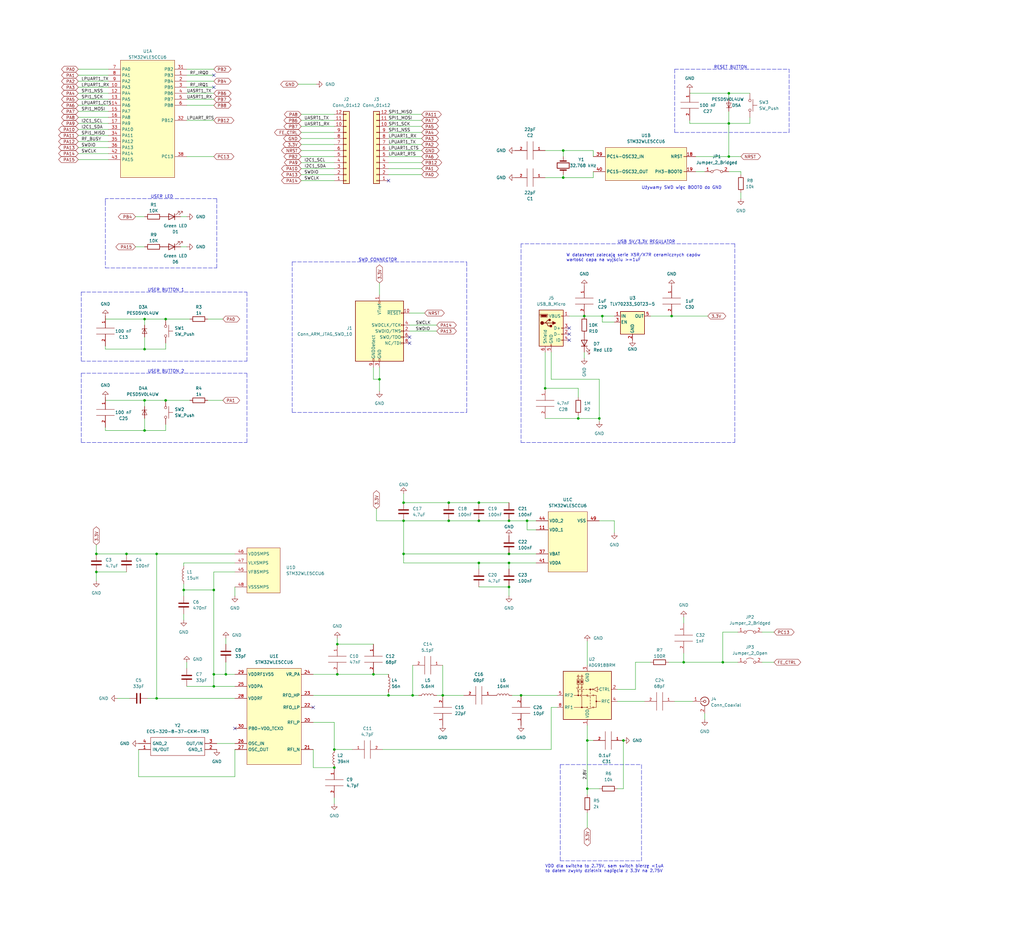
<source format=kicad_sch>
(kicad_sch (version 20211123) (generator eeschema)
  (paper "User" 431.8 400.406)
  (junction (at 173.99 293.37))
  (junction (at 219.71 293.37))
  (junction (at 90.17 248.92))
  (junction (at 160.02 160.02))
  (junction (at 214.63 237.49))
  (junction (at 66.04 294.64))
  (junction (at 237.49 63.5))
  (junction (at 60.96 181.61))
  (junction (at 307.34 39.37))
  (junction (at 60.96 168.91))
  (junction (at 142.24 284.48))
  (junction (at 214.63 233.68))
  (junction (at 214.63 219.71))
  (junction (at 307.34 52.07))
  (junction (at 90.17 284.48))
  (junction (at 69.85 134.62))
  (junction (at 252.73 176.53))
  (junction (at 140.97 316.23))
  (junction (at 189.23 212.09))
  (junction (at 186.69 293.37))
  (junction (at 262.89 312.42))
  (junction (at 304.8 279.4))
  (junction (at 254 133.35))
  (junction (at 40.64 241.3))
  (junction (at 163.83 293.37))
  (junction (at 69.85 168.91))
  (junction (at 142.24 271.78))
  (junction (at 66.04 233.68))
  (junction (at 288.29 279.4))
  (junction (at 77.47 248.92))
  (junction (at 283.21 133.35))
  (junction (at 189.23 219.71))
  (junction (at 229.87 163.83))
  (junction (at 140.97 323.85))
  (junction (at 53.34 233.68))
  (junction (at 157.48 284.48))
  (junction (at 170.18 212.09))
  (junction (at 214.63 247.65))
  (junction (at 90.17 289.56))
  (junction (at 95.25 284.48))
  (junction (at 60.96 147.32))
  (junction (at 170.18 233.68))
  (junction (at 222.25 219.71))
  (junction (at 201.93 212.09))
  (junction (at 246.38 133.35))
  (junction (at 40.64 233.68))
  (junction (at 247.65 312.42))
  (junction (at 307.34 66.04))
  (junction (at 201.93 219.71))
  (junction (at 170.18 219.71))
  (junction (at 237.49 74.93))
  (junction (at 60.96 134.62))
  (junction (at 247.65 332.74))
  (junction (at 243.84 176.53))
  (junction (at 201.93 237.49))
  (no_connect (at 163.83 76.2))
  (no_connect (at 132.08 298.45))
  (no_connect (at 172.72 144.78))
  (no_connect (at 172.72 142.24))
  (no_connect (at 99.06 307.34))
  (no_connect (at 240.03 143.51))
  (no_connect (at 240.03 138.43))
  (no_connect (at 240.03 140.97))
  (no_connect (at 90.17 31.75))
  (no_connect (at 90.17 36.83))
  (wire (pts (xy 170.18 219.71) (xy 189.23 219.71)))
  (wire (pts (xy 260.35 295.91) (xy 271.78 295.91)))
  (wire (pts (xy 232.41 298.45) (xy 232.41 316.23)))
  (wire (pts (xy 247.65 270.51) (xy 247.65 280.67)))
  (wire (pts (xy 127 55.88) (xy 140.97 55.88)))
  (wire (pts (xy 290.83 39.37) (xy 307.34 39.37)))
  (wire (pts (xy 307.34 46.99) (xy 307.34 52.07)))
  (wire (pts (xy 87.63 168.91) (xy 93.98 168.91)))
  (wire (pts (xy 160.02 119.38) (xy 160.02 124.46)))
  (wire (pts (xy 226.06 223.52) (xy 222.25 223.52)))
  (polyline (pts (xy 123.19 110.49) (xy 196.85 110.49)))
  (wire (pts (xy 158.75 219.71) (xy 170.18 219.71)))
  (wire (pts (xy 254 133.35) (xy 254 135.89)))
  (wire (pts (xy 189.23 219.71) (xy 201.93 219.71)))
  (wire (pts (xy 163.83 58.42) (xy 177.8 58.42)))
  (wire (pts (xy 40.64 233.68) (xy 53.34 233.68)))
  (wire (pts (xy 90.17 29.21) (xy 78.74 29.21)))
  (wire (pts (xy 40.64 229.87) (xy 40.64 233.68)))
  (polyline (pts (xy 236.22 322.58) (xy 270.51 322.58)))
  (wire (pts (xy 307.34 39.37) (xy 307.34 41.91)))
  (wire (pts (xy 127 68.58) (xy 140.97 68.58)))
  (polyline (pts (xy 34.29 186.69) (xy 104.14 186.69)))
  (wire (pts (xy 247.65 332.74) (xy 247.65 335.28)))
  (polyline (pts (xy 91.44 113.03) (xy 91.44 83.82)))
  (polyline (pts (xy 270.51 363.22) (xy 270.51 322.58)))
  (wire (pts (xy 132.08 323.85) (xy 140.97 323.85)))
  (wire (pts (xy 172.72 139.7) (xy 184.15 139.7)))
  (polyline (pts (xy 104.14 152.4) (xy 104.14 123.19)))
  (wire (pts (xy 33.02 57.15) (xy 45.72 57.15)))
  (wire (pts (xy 127 50.8) (xy 140.97 50.8)))
  (wire (pts (xy 78.74 289.56) (xy 90.17 289.56)))
  (wire (pts (xy 33.02 39.37) (xy 45.72 39.37)))
  (wire (pts (xy 69.85 147.32) (xy 60.96 147.32)))
  (wire (pts (xy 33.02 49.53) (xy 45.72 49.53)))
  (wire (pts (xy 312.42 72.39) (xy 312.42 73.66)))
  (wire (pts (xy 60.96 176.53) (xy 60.96 181.61)))
  (wire (pts (xy 99.06 316.23) (xy 99.06 327.66)))
  (wire (pts (xy 229.87 163.83) (xy 243.84 163.83)))
  (wire (pts (xy 78.74 279.4) (xy 78.74 281.94)))
  (wire (pts (xy 307.34 39.37) (xy 316.23 39.37)))
  (polyline (pts (xy 44.45 83.82) (xy 44.45 85.09)))
  (polyline (pts (xy 34.29 152.4) (xy 104.14 152.4)))
  (wire (pts (xy 95.25 284.48) (xy 90.17 284.48)))
  (wire (pts (xy 66.04 294.64) (xy 66.04 233.68)))
  (wire (pts (xy 170.18 233.68) (xy 170.18 219.71)))
  (wire (pts (xy 60.96 147.32) (xy 44.45 147.32)))
  (wire (pts (xy 170.18 212.09) (xy 189.23 212.09)))
  (wire (pts (xy 163.83 66.04) (xy 177.8 66.04)))
  (polyline (pts (xy 123.19 173.99) (xy 196.85 173.99)))
  (wire (pts (xy 157.48 160.02) (xy 160.02 160.02)))
  (wire (pts (xy 243.84 176.53) (xy 252.73 176.53)))
  (wire (pts (xy 60.96 181.61) (xy 44.45 181.61)))
  (wire (pts (xy 288.29 279.4) (xy 304.8 279.4)))
  (wire (pts (xy 33.02 31.75) (xy 45.72 31.75)))
  (wire (pts (xy 173.99 280.67) (xy 173.99 293.37)))
  (wire (pts (xy 293.37 66.04) (xy 307.34 66.04)))
  (wire (pts (xy 260.35 332.74) (xy 262.89 332.74)))
  (wire (pts (xy 90.17 241.3) (xy 90.17 248.92)))
  (wire (pts (xy 250.19 72.39) (xy 250.19 74.93)))
  (wire (pts (xy 237.49 74.93) (xy 229.87 74.93)))
  (wire (pts (xy 95.25 269.24) (xy 95.25 271.78)))
  (wire (pts (xy 252.73 332.74) (xy 247.65 332.74)))
  (wire (pts (xy 307.34 52.07) (xy 307.34 66.04)))
  (wire (pts (xy 90.17 50.8) (xy 78.74 50.8)))
  (wire (pts (xy 125.73 35.56) (xy 133.35 35.56)))
  (polyline (pts (xy 34.29 157.48) (xy 34.29 186.69)))
  (wire (pts (xy 127 71.12) (xy 140.97 71.12)))
  (wire (pts (xy 78.74 44.45) (xy 90.17 44.45)))
  (wire (pts (xy 66.04 233.68) (xy 99.06 233.68)))
  (wire (pts (xy 161.29 316.23) (xy 232.41 316.23)))
  (wire (pts (xy 288.29 260.35) (xy 288.29 262.89)))
  (polyline (pts (xy 284.48 55.88) (xy 332.74 55.88)))
  (wire (pts (xy 232.41 160.02) (xy 252.73 160.02)))
  (wire (pts (xy 140.97 316.23) (xy 140.97 304.8)))
  (wire (pts (xy 247.65 312.42) (xy 247.65 332.74)))
  (wire (pts (xy 57.15 104.14) (xy 60.96 104.14)))
  (wire (pts (xy 44.45 181.61) (xy 44.45 180.34)))
  (wire (pts (xy 127 66.04) (xy 140.97 66.04)))
  (wire (pts (xy 90.17 39.37) (xy 78.74 39.37)))
  (wire (pts (xy 53.34 241.3) (xy 40.64 241.3)))
  (wire (pts (xy 163.83 50.8) (xy 177.8 50.8)))
  (wire (pts (xy 172.72 137.16) (xy 184.15 137.16)))
  (wire (pts (xy 99.06 241.3) (xy 90.17 241.3)))
  (wire (pts (xy 170.18 208.28) (xy 170.18 212.09)))
  (wire (pts (xy 240.03 133.35) (xy 246.38 133.35)))
  (polyline (pts (xy 219.71 102.87) (xy 219.71 107.95)))
  (wire (pts (xy 95.25 279.4) (xy 95.25 284.48)))
  (wire (pts (xy 163.83 63.5) (xy 177.8 63.5)))
  (wire (pts (xy 247.65 342.9) (xy 247.65 349.25)))
  (wire (pts (xy 170.18 237.49) (xy 170.18 233.68)))
  (wire (pts (xy 90.17 36.83) (xy 78.74 36.83)))
  (wire (pts (xy 90.17 34.29) (xy 78.74 34.29)))
  (wire (pts (xy 163.83 53.34) (xy 177.8 53.34)))
  (wire (pts (xy 78.74 91.44) (xy 76.2 91.44)))
  (wire (pts (xy 40.64 241.3) (xy 40.64 245.11)))
  (polyline (pts (xy 219.71 107.95) (xy 219.71 186.69)))
  (wire (pts (xy 201.93 219.71) (xy 214.63 219.71)))
  (polyline (pts (xy 44.45 85.09) (xy 44.45 113.03)))
  (wire (pts (xy 44.45 134.62) (xy 60.96 134.62)))
  (wire (pts (xy 33.02 67.31) (xy 45.72 67.31)))
  (wire (pts (xy 237.49 66.04) (xy 237.49 63.5)))
  (wire (pts (xy 90.17 284.48) (xy 90.17 248.92)))
  (wire (pts (xy 259.08 219.71) (xy 259.08 224.79)))
  (wire (pts (xy 127 73.66) (xy 140.97 73.66)))
  (wire (pts (xy 214.63 219.71) (xy 222.25 219.71)))
  (wire (pts (xy 163.83 55.88) (xy 177.8 55.88)))
  (wire (pts (xy 140.97 304.8) (xy 132.08 304.8)))
  (wire (pts (xy 33.02 29.21) (xy 45.72 29.21)))
  (wire (pts (xy 78.74 104.14) (xy 76.2 104.14)))
  (wire (pts (xy 127 76.2) (xy 140.97 76.2)))
  (wire (pts (xy 60.96 134.62) (xy 60.96 137.16)))
  (wire (pts (xy 312.42 81.28) (xy 312.42 83.82)))
  (polyline (pts (xy 284.48 29.21) (xy 332.74 29.21)))
  (wire (pts (xy 53.34 233.68) (xy 66.04 233.68)))
  (wire (pts (xy 247.65 312.42) (xy 250.19 312.42)))
  (wire (pts (xy 163.83 71.12) (xy 177.8 71.12)))
  (wire (pts (xy 127 60.96) (xy 140.97 60.96)))
  (wire (pts (xy 304.8 266.7) (xy 311.15 266.7)))
  (wire (pts (xy 321.31 266.7) (xy 326.39 266.7)))
  (wire (pts (xy 250.19 66.04) (xy 250.19 63.5)))
  (wire (pts (xy 307.34 66.04) (xy 312.42 66.04)))
  (wire (pts (xy 297.18 303.53) (xy 297.18 300.99)))
  (wire (pts (xy 288.29 279.4) (xy 288.29 275.59)))
  (wire (pts (xy 99.06 284.48) (xy 95.25 284.48)))
  (wire (pts (xy 142.24 284.48) (xy 157.48 284.48)))
  (wire (pts (xy 132.08 284.48) (xy 142.24 284.48)))
  (wire (pts (xy 274.32 133.35) (xy 283.21 133.35)))
  (wire (pts (xy 186.69 293.37) (xy 195.58 293.37)))
  (wire (pts (xy 33.02 64.77) (xy 45.72 64.77)))
  (wire (pts (xy 226.06 237.49) (xy 214.63 237.49)))
  (polyline (pts (xy 219.71 186.69) (xy 309.88 186.69)))
  (wire (pts (xy 99.06 247.65) (xy 99.06 251.46)))
  (wire (pts (xy 215.9 293.37) (xy 219.71 293.37)))
  (wire (pts (xy 77.47 246.38) (xy 77.47 248.92)))
  (wire (pts (xy 69.85 144.78) (xy 69.85 147.32)))
  (wire (pts (xy 77.47 259.08) (xy 77.47 261.62)))
  (wire (pts (xy 284.48 295.91) (xy 292.1 295.91)))
  (polyline (pts (xy 123.19 110.49) (xy 123.19 173.99)))
  (wire (pts (xy 237.49 63.5) (xy 250.19 63.5)))
  (wire (pts (xy 307.34 52.07) (xy 290.83 52.07)))
  (wire (pts (xy 78.74 66.04) (xy 90.17 66.04)))
  (wire (pts (xy 243.84 176.53) (xy 243.84 175.26)))
  (wire (pts (xy 281.94 279.4) (xy 288.29 279.4)))
  (wire (pts (xy 33.02 62.23) (xy 45.72 62.23)))
  (wire (pts (xy 163.83 73.66) (xy 177.8 73.66)))
  (wire (pts (xy 189.23 212.09) (xy 201.93 212.09)))
  (wire (pts (xy 49.53 294.64) (xy 54.61 294.64)))
  (wire (pts (xy 91.44 313.69) (xy 99.06 313.69)))
  (wire (pts (xy 214.63 233.68) (xy 170.18 233.68)))
  (wire (pts (xy 246.38 133.35) (xy 254 133.35)))
  (polyline (pts (xy 236.22 363.22) (xy 270.51 363.22)))
  (wire (pts (xy 321.31 279.4) (xy 326.39 279.4)))
  (wire (pts (xy 33.02 34.29) (xy 45.72 34.29)))
  (wire (pts (xy 132.08 316.23) (xy 132.08 323.85)))
  (wire (pts (xy 157.48 284.48) (xy 163.83 284.48)))
  (wire (pts (xy 44.45 168.91) (xy 60.96 168.91)))
  (wire (pts (xy 252.73 160.02) (xy 252.73 176.53)))
  (wire (pts (xy 99.06 294.64) (xy 66.04 294.64)))
  (wire (pts (xy 304.8 279.4) (xy 304.8 266.7)))
  (wire (pts (xy 60.96 142.24) (xy 60.96 147.32)))
  (polyline (pts (xy 332.74 55.88) (xy 332.74 29.21)))
  (wire (pts (xy 252.73 176.53) (xy 252.73 177.8)))
  (polyline (pts (xy 284.48 29.21) (xy 284.48 55.88)))
  (wire (pts (xy 157.48 154.94) (xy 157.48 160.02)))
  (wire (pts (xy 160.02 154.94) (xy 160.02 160.02)))
  (wire (pts (xy 201.93 237.49) (xy 201.93 240.03)))
  (wire (pts (xy 142.24 271.78) (xy 157.48 271.78)))
  (wire (pts (xy 260.35 290.83) (xy 267.97 290.83)))
  (wire (pts (xy 214.63 237.49) (xy 201.93 237.49)))
  (wire (pts (xy 58.42 327.66) (xy 58.42 316.23)))
  (wire (pts (xy 140.97 316.23) (xy 148.59 316.23)))
  (wire (pts (xy 201.93 237.49) (xy 170.18 237.49)))
  (wire (pts (xy 33.02 36.83) (xy 45.72 36.83)))
  (wire (pts (xy 290.83 52.07) (xy 290.83 50.8)))
  (wire (pts (xy 232.41 160.02) (xy 232.41 148.59)))
  (wire (pts (xy 237.49 74.93) (xy 237.49 73.66)))
  (wire (pts (xy 99.06 289.56) (xy 90.17 289.56)))
  (wire (pts (xy 77.47 237.49) (xy 99.06 237.49)))
  (wire (pts (xy 69.85 181.61) (xy 60.96 181.61)))
  (wire (pts (xy 90.17 289.56) (xy 90.17 284.48)))
  (wire (pts (xy 229.87 148.59) (xy 229.87 163.83)))
  (wire (pts (xy 186.69 280.67) (xy 186.69 293.37)))
  (wire (pts (xy 214.63 237.49) (xy 214.63 240.03)))
  (wire (pts (xy 90.17 41.91) (xy 78.74 41.91)))
  (wire (pts (xy 214.63 247.65) (xy 214.63 251.46)))
  (wire (pts (xy 33.02 54.61) (xy 45.72 54.61)))
  (wire (pts (xy 237.49 63.5) (xy 229.87 63.5)))
  (wire (pts (xy 77.47 237.49) (xy 77.47 238.76)))
  (wire (pts (xy 229.87 176.53) (xy 243.84 176.53)))
  (wire (pts (xy 172.72 132.08) (xy 179.07 132.08)))
  (wire (pts (xy 173.99 293.37) (xy 176.53 293.37)))
  (wire (pts (xy 201.93 247.65) (xy 214.63 247.65)))
  (polyline (pts (xy 34.29 157.48) (xy 104.14 157.48)))
  (wire (pts (xy 158.75 214.63) (xy 158.75 219.71)))
  (wire (pts (xy 62.23 294.64) (xy 66.04 294.64)))
  (wire (pts (xy 163.83 293.37) (xy 173.99 293.37)))
  (polyline (pts (xy 196.85 173.99) (xy 196.85 110.49)))
  (wire (pts (xy 163.83 48.26) (xy 177.8 48.26)))
  (wire (pts (xy 44.45 147.32) (xy 44.45 146.05)))
  (wire (pts (xy 201.93 212.09) (xy 214.63 212.09)))
  (wire (pts (xy 87.63 134.62) (xy 93.98 134.62)))
  (wire (pts (xy 254 133.35) (xy 259.08 133.35)))
  (wire (pts (xy 222.25 219.71) (xy 226.06 219.71)))
  (wire (pts (xy 252.73 219.71) (xy 259.08 219.71)))
  (wire (pts (xy 33.02 59.69) (xy 45.72 59.69)))
  (wire (pts (xy 237.49 74.93) (xy 250.19 74.93)))
  (wire (pts (xy 160.02 160.02) (xy 160.02 165.1)))
  (wire (pts (xy 163.83 292.1) (xy 163.83 293.37)))
  (wire (pts (xy 259.08 135.89) (xy 254 135.89)))
  (wire (pts (xy 262.89 332.74) (xy 262.89 312.42)))
  (wire (pts (xy 33.02 46.99) (xy 45.72 46.99)))
  (wire (pts (xy 60.96 134.62) (xy 69.85 134.62)))
  (wire (pts (xy 246.38 151.13) (xy 246.38 148.59)))
  (wire (pts (xy 243.84 163.83) (xy 243.84 167.64)))
  (wire (pts (xy 69.85 179.07) (xy 69.85 181.61)))
  (polyline (pts (xy 104.14 186.69) (xy 104.14 157.48)))
  (wire (pts (xy 142.24 269.24) (xy 142.24 271.78)))
  (wire (pts (xy 316.23 49.53) (xy 316.23 52.07)))
  (polyline (pts (xy 34.29 123.19) (xy 104.14 123.19)))
  (wire (pts (xy 267.97 290.83) (xy 267.97 279.4)))
  (wire (pts (xy 222.25 223.52) (xy 222.25 219.71)))
  (wire (pts (xy 127 58.42) (xy 140.97 58.42)))
  (wire (pts (xy 69.85 168.91) (xy 80.01 168.91)))
  (wire (pts (xy 140.97 336.55) (xy 140.97 339.09)))
  (wire (pts (xy 33.02 44.45) (xy 45.72 44.45)))
  (wire (pts (xy 99.06 327.66) (xy 58.42 327.66)))
  (wire (pts (xy 214.63 233.68) (xy 226.06 233.68)))
  (wire (pts (xy 90.17 248.92) (xy 77.47 248.92)))
  (wire (pts (xy 69.85 134.62) (xy 80.01 134.62)))
  (wire (pts (xy 33.02 41.91) (xy 45.72 41.91)))
  (wire (pts (xy 132.08 293.37) (xy 163.83 293.37)))
  (polyline (pts (xy 309.88 102.87) (xy 219.71 102.87)))
  (wire (pts (xy 127 53.34) (xy 140.97 53.34)))
  (wire (pts (xy 57.15 91.44) (xy 60.96 91.44)))
  (polyline (pts (xy 44.45 113.03) (xy 91.44 113.03)))
  (wire (pts (xy 163.83 60.96) (xy 177.8 60.96)))
  (wire (pts (xy 307.34 72.39) (xy 312.42 72.39)))
  (polyline (pts (xy 91.44 83.82) (xy 44.45 83.82)))
  (polyline (pts (xy 309.88 186.69) (xy 309.88 102.87)))
  (wire (pts (xy 316.23 52.07) (xy 307.34 52.07)))
  (wire (pts (xy 90.17 31.75) (xy 78.74 31.75)))
  (wire (pts (xy 267.97 279.4) (xy 274.32 279.4)))
  (wire (pts (xy 247.65 306.07) (xy 247.65 312.42)))
  (wire (pts (xy 127 63.5) (xy 140.97 63.5)))
  (wire (pts (xy 77.47 248.92) (xy 77.47 251.46)))
  (wire (pts (xy 184.15 293.37) (xy 186.69 293.37)))
  (wire (pts (xy 234.95 298.45) (xy 232.41 298.45)))
  (wire (pts (xy 283.21 133.35) (xy 298.45 133.35)))
  (wire (pts (xy 127 48.26) (xy 140.97 48.26)))
  (wire (pts (xy 304.8 279.4) (xy 311.15 279.4)))
  (wire (pts (xy 163.83 68.58) (xy 177.8 68.58)))
  (wire (pts (xy 293.37 72.39) (xy 297.18 72.39)))
  (wire (pts (xy 33.02 52.07) (xy 45.72 52.07)))
  (polyline (pts (xy 34.29 123.19) (xy 34.29 152.4)))
  (wire (pts (xy 219.71 293.37) (xy 234.95 293.37)))
  (polyline (pts (xy 236.22 322.58) (xy 236.22 363.22)))
  (wire (pts (xy 60.96 168.91) (xy 60.96 171.45)))
  (wire (pts (xy 60.96 168.91) (xy 69.85 168.91)))
  (text "W datasheet zalecają serie X5R/X7R ceramicznych capów\nwartość capa na wyjściu >=1uF" (at 238.76 110.49 0) (effects (font (size 1.27 1.27)) (justify left bottom)))
  (text "SWD CONNECTOR" (at 151.13 110.49 0) (effects (font (size 1.27 1.27)) (justify left bottom)))
  (text "Używamy SWD więc BOOT0 do GND" (at 270.51 80.01 0) (effects (font (size 1.27 1.27)) (justify left bottom)))
  (text "USER BUTTON 2\n" (at 62.23 157.48 0) (effects (font (size 1.27 1.27)) (justify left bottom)))
  (text "RESET BUTTON" (at 300.99 29.21 0) (effects (font (size 1.27 1.27)) (justify left bottom)))
  (text "USER LED" (at 63.5 83.82 0) (effects (font (size 1.27 1.27)) (justify left bottom)))
  (text "USB 5V/3.3V REGULATOR" (at 260.35 102.87 0) (effects (font (size 1.27 1.27)) (justify left bottom)))
  (text "VDD dla switcha to 2.75V, sam switch bierzę <1uA\nto dałem zwykły dzielnik napięcia z 3.3V na 2.75V" (at 229.87 368.3 0) (effects (font (size 1.27 1.27)) (justify left bottom)))
  (text "USER BUTTON 1" (at 62.23 123.19 0) (effects (font (size 1.27 1.27)) (justify left bottom)))
  (label "I2C1_SDA" (at 34.29 54.61 0))
  (label "LPUART1_CTS" (at 34.29 44.45 0))
  (label "SWDIO" (at 175.26 139.7 0))
  (label "LPUART1_TX" (at 163.83 60.96 0))
  (label "LPUART1_CTS" (at 163.83 63.5 0))
  (label "SWCLK" (at 34.29 64.77 0))
  (label "LPUART_RTS" (at 163.83 66.04 0))
  (label "SPI1_MOSI" (at 163.83 50.8 0))
  (label "RF_IRQ0" (at 80.01 31.75 0))
  (label "LPUART1_RX" (at 34.29 36.83 0))
  (label "SWCLK" (at 175.26 137.16 0))
  (label "SPI1_SCK" (at 163.83 53.34 0))
  (label "UASRT1_RX" (at 78.74 41.91 0))
  (label "SPI1_MISO" (at 163.83 48.26 0))
  (label "SPI1_NSS" (at 163.83 55.88 0))
  (label "SWDIO" (at 128.27 73.66 0))
  (label "SWCLK" (at 128.27 76.2 0))
  (label "I2C1_SCL" (at 128.27 68.58 0))
  (label "LPUART_RTS" (at 78.74 50.8 0))
  (label "SPI1_MISO" (at 34.29 57.15 0))
  (label "LPUART1_TX" (at 34.29 34.29 0))
  (label "SPI1_MOSI" (at 34.29 46.99 0))
  (label "LPUART1_RX" (at 163.83 58.42 0))
  (label "2.8V" (at 247.65 328.93 90))
  (label "I2C1_SDA" (at 128.377 71.12 0))
  (label "I2C1_SCL" (at 34.29 52.07 0))
  (label "RF_BUSY" (at 34.29 59.69 0))
  (label "SPI1_SCK" (at 34.29 41.91 0))
  (label "UASRT1_TX" (at 78.74 39.37 0))
  (label "UASRT1_TX" (at 128.27 50.8 0))
  (label "SWDIO" (at 34.29 62.23 0))
  (label "SPI1_NSS" (at 34.29 39.37 0))
  (label "RF_IRQ1" (at 80.01 36.83 0))
  (label "UASRT1_RX" (at 128.27 53.34 0))
  (global_label "PA0" (shape bidirectional) (at 33.02 29.21 180) (property "Intersheet References" "${INTERSHEET_REFS}" (effects hide)))
  (global_label "PA5" (shape bidirectional) (at 177.8 53.34 0) (property "Intersheet References" "${INTERSHEET_REFS}" (effects hide)))
  (global_label "PB4" (shape bidirectional) (at 90.17 34.29 0) (property "Intersheet References" "${INTERSHEET_REFS}" (effects hide)))
  (global_label "NRST" (shape bidirectional) (at 179.07 132.08 0) (property "Intersheet References" "${INTERSHEET_REFS}" (effects hide)))
  (global_label "PB8" (shape bidirectional) (at 90.17 44.45 0) (property "Intersheet References" "${INTERSHEET_REFS}" (effects hide)))
  (global_label "PA4" (shape bidirectional) (at 177.8 55.88 0) (property "Intersheet References" "${INTERSHEET_REFS}" (effects hide)))
  (global_label "PA9" (shape bidirectional) (at 127 68.58 180) (property "Intersheet References" "${INTERSHEET_REFS}" (effects hide)))
  (global_label "NRST" (shape bidirectional) (at 312.42 66.04 0) (property "Intersheet References" "${INTERSHEET_REFS}" (effects hide)))
  (global_label "PA12" (shape bidirectional) (at 33.02 59.69 180) (property "Intersheet References" "${INTERSHEET_REFS}" (effects hide)))
  (global_label "PB7" (shape bidirectional) (at 127 53.34 180) (property "Intersheet References" "${INTERSHEET_REFS}" (effects hide)))
  (global_label "PA10" (shape bidirectional) (at 127 71.12 180) (property "Intersheet References" "${INTERSHEET_REFS}" (effects hide)))
  (global_label "PB2" (shape bidirectional) (at 127 66.04 180) (property "Intersheet References" "${INTERSHEET_REFS}" (effects hide)))
  (global_label "PB2" (shape bidirectional) (at 90.17 29.21 0) (property "Intersheet References" "${INTERSHEET_REFS}" (effects hide)))
  (global_label "PA4" (shape bidirectional) (at 33.02 39.37 180) (property "Intersheet References" "${INTERSHEET_REFS}" (effects hide)))
  (global_label "PA7" (shape bidirectional) (at 33.02 46.99 180) (property "Intersheet References" "${INTERSHEET_REFS}" (effects hide)))
  (global_label "FE_CTRL" (shape bidirectional) (at 127 55.88 180) (property "Intersheet References" "${INTERSHEET_REFS}" (effects hide)))
  (global_label "PA10" (shape bidirectional) (at 33.02 54.61 180) (property "Intersheet References" "${INTERSHEET_REFS}" (effects hide)))
  (global_label "PB6" (shape bidirectional) (at 127 50.8 180) (property "Intersheet References" "${INTERSHEET_REFS}" (effects hide)))
  (global_label "PA9" (shape bidirectional) (at 33.02 52.07 180) (property "Intersheet References" "${INTERSHEET_REFS}" (effects hide)))
  (global_label "PA6" (shape bidirectional) (at 177.8 66.04 0) (property "Intersheet References" "${INTERSHEET_REFS}" (effects hide)))
  (global_label "PA14" (shape bidirectional) (at 184.15 137.16 0) (property "Intersheet References" "${INTERSHEET_REFS}" (effects hide)))
  (global_label "PA7" (shape bidirectional) (at 177.8 50.8 0) (property "Intersheet References" "${INTERSHEET_REFS}" (effects hide)))
  (global_label "PA1" (shape bidirectional) (at 177.8 71.12 0) (property "Intersheet References" "${INTERSHEET_REFS}" (effects hide)))
  (global_label "PA3" (shape bidirectional) (at 177.8 58.42 0) (property "Intersheet References" "${INTERSHEET_REFS}" (effects hide)))
  (global_label "PC13" (shape bidirectional) (at 90.17 66.04 0) (property "Intersheet References" "${INTERSHEET_REFS}" (effects hide)))
  (global_label "PA13" (shape bidirectional) (at 127 73.66 180) (property "Intersheet References" "${INTERSHEET_REFS}" (effects hide)))
  (global_label "PA1" (shape bidirectional) (at 33.02 31.75 180) (property "Intersheet References" "${INTERSHEET_REFS}" (effects hide)))
  (global_label "PA14" (shape bidirectional) (at 33.02 64.77 180) (property "Intersheet References" "${INTERSHEET_REFS}" (effects hide)))
  (global_label "PA8" (shape bidirectional) (at 127 48.26 180) (property "Intersheet References" "${INTERSHEET_REFS}" (effects hide)))
  (global_label "PB12" (shape bidirectional) (at 90.17 50.8 0) (property "Intersheet References" "${INTERSHEET_REFS}" (effects hide)))
  (global_label "3.3V" (shape bidirectional) (at 158.75 214.63 90) (property "Intersheet References" "${INTERSHEET_REFS}" (effects hide)))
  (global_label "PA14" (shape bidirectional) (at 127 76.2 180) (property "Intersheet References" "${INTERSHEET_REFS}" (effects hide)))
  (global_label "PA3" (shape bidirectional) (at 33.02 36.83 180) (property "Intersheet References" "${INTERSHEET_REFS}" (effects hide)))
  (global_label "3.3V" (shape bidirectional) (at 127 60.96 180) (property "Intersheet References" "${INTERSHEET_REFS}" (effects hide)))
  (global_label "PA13" (shape bidirectional) (at 33.02 62.23 180) (property "Intersheet References" "${INTERSHEET_REFS}" (effects hide)))
  (global_label "PA2" (shape bidirectional) (at 177.8 60.96 0) (property "Intersheet References" "${INTERSHEET_REFS}" (effects hide)))
  (global_label "PA15" (shape bidirectional) (at 33.02 67.31 180) (property "Intersheet References" "${INTERSHEET_REFS}" (effects hide)))
  (global_label "PB4" (shape bidirectional) (at 57.15 91.44 180) (property "Intersheet References" "${INTERSHEET_REFS}" (effects hide)))
  (global_label "PA11" (shape bidirectional) (at 33.02 57.15 180) (property "Intersheet References" "${INTERSHEET_REFS}" (effects hide)))
  (global_label "PA13" (shape bidirectional) (at 184.15 139.7 0) (property "Intersheet References" "${INTERSHEET_REFS}" (effects hide)))
  (global_label "PB6" (shape bidirectional) (at 90.17 39.37 0) (property "Intersheet References" "${INTERSHEET_REFS}" (effects hide)))
  (global_label "PB12" (shape bidirectional) (at 177.8 68.58 0) (property "Intersheet References" "${INTERSHEET_REFS}" (effects hide)))
  (global_label "GND" (shape bidirectional) (at 125.73 35.56 180) (property "Intersheet References" "${INTERSHEET_REFS}" (effects hide)))
  (global_label "NRST" (shape bidirectional) (at 127 63.5 180) (property "Intersheet References" "${INTERSHEET_REFS}" (effects hide)))
  (global_label "GND" (shape bidirectional) (at 127 58.42 180) (property "Intersheet References" "${INTERSHEET_REFS}" (effects hide)))
  (global_label "3.3V" (shape bidirectional) (at 247.65 349.25 270) (property "Intersheet References" "${INTERSHEET_REFS}" (effects hide)))
  (global_label "PA0" (shape bidirectional) (at 177.8 73.66 0) (property "Intersheet References" "${INTERSHEET_REFS}" (effects hide)))
  (global_label "PA2" (shape bidirectional) (at 33.02 34.29 180) (property "Intersheet References" "${INTERSHEET_REFS}" (effects hide)))
  (global_label "GND" (shape bidirectional) (at 177.8 63.5 0) (property "Intersheet References" "${INTERSHEET_REFS}" (effects hide)))
  (global_label "3.3V" (shape bidirectional) (at 160.02 119.38 90) (property "Intersheet References" "${INTERSHEET_REFS}" (effects hide)))
  (global_label "PA15" (shape bidirectional) (at 57.15 104.14 180) (property "Intersheet References" "${INTERSHEET_REFS}" (effects hide)))
  (global_label "PA0" (shape bidirectional) (at 93.98 134.62 0) (property "Intersheet References" "${INTERSHEET_REFS}" (effects hide)))
  (global_label "PB7" (shape bidirectional) (at 90.17 41.91 0) (property "Intersheet References" "${INTERSHEET_REFS}" (effects hide)))
  (global_label "PA6" (shape bidirectional) (at 33.02 44.45 180) (property "Intersheet References" "${INTERSHEET_REFS}" (effects hide)))
  (global_label "FE_CTRL" (shape bidirectional) (at 326.39 279.4 0) (property "Intersheet References" "${INTERSHEET_REFS}" (effects hide)))
  (global_label "PA8" (shape bidirectional) (at 33.02 49.53 180) (property "Intersheet References" "${INTERSHEET_REFS}" (effects hide)))
  (global_label "PC13" (shape bidirectional) (at 326.39 266.7 0) (property "Intersheet References" "${INTERSHEET_REFS}" (effects hide)))
  (global_label "PA11" (shape bidirectional) (at 177.8 48.26 0) (property "Intersheet References" "${INTERSHEET_REFS}" (effects hide)))
  (global_label "3.3V" (shape bidirectional) (at 40.64 229.87 90) (property "Intersheet References" "${INTERSHEET_REFS}" (effects hide)))
  (global_label "PA5" (shape bidirectional) (at 33.02 41.91 180) (property "Intersheet References" "${INTERSHEET_REFS}" (effects hide)))
  (global_label "3.3V" (shape bidirectional) (at 298.45 133.35 0) (property "Intersheet References" "${INTERSHEET_REFS}" (effects hide)))
  (global_label "PA1" (shape bidirectional) (at 93.98 168.91 0) (property "Intersheet References" "${INTERSHEET_REFS}" (effects hide)))
  (symbol (lib_id "pspice:CAP") (at 278.13 295.91 270) (unit 1)
    (property "Reference" "C24" (at 278.13 287.02 90))
    (property "Value" "68pF" (at 278.13 289.56 90))
    (property "Footprint" "Capacitor_SMD:C_0603_1608Metric_Pad1.08x0.95mm_HandSolder" (effects hide))
  )
  (symbol (lib_id "Connector:Conn_ARM_JTAG_SWD_10") (at 160.02 139.7 0) (unit 1)
    (property "Reference" "J1" (at 148.59 138.4299 0) (effects (justify right)))
    (property "Value" "Conn_ARM_JTAG_SWD_10" (at 148.59 140.9699 0) (effects (justify right)))
    (property "Footprint" "Connector_PinSocket_2.54mm:PinSocket_2x05_P2.54mm_Vertical" (effects hide))
    (property "Datasheet" "http://infocenter.arm.com/help/topic/com.arm.doc.ddi0314h/DDI0314H_coresight_components_trm.pdf" (effects hide))
  )
  (symbol (lib_id "Device:LED") (at 246.38 144.78 90) (unit 1)
    (property "Reference" "D7" (at 250.19 145.0974 90) (effects (justify right)))
    (property "Value" "Red LED" (at 250.19 147.6374 90) (effects (justify right)))
    (property "Footprint" "LED_SMD:LED_0603_1608Metric_Pad1.05x0.95mm_HandSolder" (effects hide))
  )
  (symbol (lib_id "Device:R") (at 247.65 339.09 0) (unit 1)
    (property "Reference" "R5" (at 250.19 337.8199 0) (effects (justify left)))
    (property "Value" "2k" (at 250.19 340.3599 0) (effects (justify left)))
    (property "Footprint" "Resistor_SMD:R_0603_1608Metric_Pad0.98x0.95mm_HandSolder" (effects hide))
  )
  (symbol (lib_id "power:GND") (at 142.24 269.24 180) (unit 1)
    (property "Reference" "#PWR0133" (effects hide))
    (property "Value" "GND" (at 142.24 264.16 0))
  )
  (symbol (lib_id "pspice:CAP") (at 186.69 299.72 180) (unit 1)
    (property "Reference" "C15" (at 191.77 298.45 0) (effects (justify right)))
    (property "Value" "22pF" (at 191.77 300.9899 0) (effects (justify right)))
    (property "Footprint" "Capacitor_SMD:C_0603_1608Metric_Pad1.08x0.95mm_HandSolder" (effects hide))
  )
  (symbol (lib_id "power:GND") (at 133.35 35.56 90) (unit 1)
    (property "Reference" "#PWR0120" (effects hide))
    (property "Value" "GND" (at 137.16 35.5599 90) (effects (justify right)))
  )
  (symbol (lib_id "power:GND") (at 49.53 294.64 270) (unit 1)
    (property "Reference" "#PWR0107" (effects hide))
    (property "Value" "GND" (at 45.72 294.6399 90) (effects (justify right)))
  )
  (symbol (lib_id "Jumper:Jumper_2_Open") (at 316.23 279.4 0) (unit 1)
    (property "Reference" "JP3" (at 316.23 273.05 0))
    (property "Value" "Jumper_2_Open" (at 316.23 275.59 0))
    (property "Footprint" "Connector_PinHeader_2.54mm:PinHeader_1x02_P2.54mm_Vertical" (effects hide))
  )
  (symbol (lib_id "power:GND") (at 290.83 38.1 180) (unit 1)
    (property "Reference" "#PWR0127" (effects hide))
    (property "Value" "GND" (at 290.83 33.02 0))
  )
  (symbol (lib_id "Device:C") (at 214.63 243.84 0) (unit 1)
    (property "Reference" "C23" (at 218.44 242.5699 0) (effects (justify left)))
    (property "Value" "100nF" (at 218.44 245.1099 0) (effects (justify left)))
    (property "Footprint" "Capacitor_SMD:C_0603_1608Metric_Pad1.08x0.95mm_HandSolder" (effects hide))
  )
  (symbol (lib_id "STM32WL_lib:STM32WLE5CCU6") (at 251.46 60.96 0) (unit 2)
    (property "Reference" "U1" (at 272.415 57.15 0))
    (property "Value" "STM32WLE5CCU6" (at 272.415 59.69 0))
    (property "Footprint" "SamacSys_Parts:QFN50P700X700X60-49N-D" (effects hide))
  )
  (symbol (lib_id "Device:C") (at 214.63 229.87 0) (unit 1)
    (property "Reference" "C22" (at 218.44 228.5999 0) (effects (justify left)))
    (property "Value" "100nF" (at 218.44 231.1399 0) (effects (justify left)))
    (property "Footprint" "Capacitor_SMD:C_0603_1608Metric_Pad1.08x0.95mm_HandSolder" (effects hide))
  )
  (symbol (lib_id "power:GND") (at 219.71 306.07 0) (unit 1)
    (property "Reference" "#PWR0132" (effects hide))
    (property "Value" "GND" (at 219.71 311.15 0))
  )
  (symbol (lib_id "Device:C") (at 40.64 237.49 0) (unit 1)
    (property "Reference" "C3" (at 44.45 236.2199 0) (effects (justify left)))
    (property "Value" "4.7uF" (at 44.45 238.7599 0) (effects (justify left)))
    (property "Footprint" "Capacitor_SMD:C_0603_1608Metric_Pad1.08x0.95mm_HandSolder" (effects hide))
  )
  (symbol (lib_id "pspice:CAP") (at 223.52 63.5 270) (unit 1)
    (property "Reference" "C2" (at 223.52 57.15 90))
    (property "Value" "22pF" (at 223.52 54.61 90))
    (property "Footprint" "Capacitor_SMD:CP_Elec_3x5.3" (effects hide))
  )
  (symbol (lib_id "power:GND") (at 252.73 177.8 0) (unit 1)
    (property "Reference" "#PWR0129" (effects hide))
    (property "Value" "GND" (at 252.73 182.88 0))
  )
  (symbol (lib_id "Device:C") (at 214.63 215.9 0) (unit 1)
    (property "Reference" "C21" (at 218.44 214.6299 0) (effects (justify left)))
    (property "Value" "100nF" (at 218.44 217.1699 0) (effects (justify left)))
    (property "Footprint" "Capacitor_SMD:C_0603_1608Metric_Pad1.08x0.95mm_HandSolder" (effects hide))
  )
  (symbol (lib_id "Device:R") (at 256.54 332.74 90) (unit 1)
    (property "Reference" "R6" (at 256.54 326.39 90))
    (property "Value" "10k" (at 256.54 328.93 90))
    (property "Footprint" "Resistor_SMD:R_0603_1608Metric_Pad0.98x0.95mm_HandSolder" (effects hide))
  )
  (symbol (lib_id "pspice:CAP") (at 288.29 269.24 0) (unit 1)
    (property "Reference" "C32" (at 293.37 267.9699 0) (effects (justify left)))
    (property "Value" "1nF" (at 293.37 270.5099 0) (effects (justify left)))
    (property "Footprint" "Capacitor_SMD:C_0603_1608Metric_Pad1.08x0.95mm_HandSolder" (effects hide))
  )
  (symbol (lib_id "Device:L") (at 163.83 288.29 0) (unit 1)
    (property "Reference" "L4" (at 165.1 287.0199 0) (effects (justify left)))
    (property "Value" "56n" (at 165.1 289.5599 0) (effects (justify left)))
    (property "Footprint" "Inductor_SMD:L_0603_1608Metric_Pad1.05x0.95mm_HandSolder" (effects hide))
  )
  (symbol (lib_id "STM32WL_lib:STM32WLE5CCU6") (at 90.17 228.6 0) (unit 4)
    (property "Reference" "U1" (at 120.65 239.3949 0) (effects (justify left)))
    (property "Value" "STM32WLE5CCU6" (at 120.65 241.9349 0) (effects (justify left)))
    (property "Footprint" "SamacSys_Parts:QFN50P700X700X60-49N-D" (effects hide))
  )
  (symbol (lib_id "power:GND") (at 262.89 312.42 90) (unit 1)
    (property "Reference" "#PWR0117" (effects hide))
    (property "Value" "GND" (at 266.7 312.4199 90) (effects (justify right)))
  )
  (symbol (lib_id "power:GND") (at 99.06 251.46 0) (unit 1)
    (property "Reference" "#PWR0111" (effects hide))
    (property "Value" "GND" (at 99.06 256.54 0))
  )
  (symbol (lib_id "Device:C") (at 201.93 215.9 0) (unit 1)
    (property "Reference" "C19" (at 205.74 214.6299 0) (effects (justify left)))
    (property "Value" "100nF" (at 205.74 217.1699 0) (effects (justify left)))
    (property "Footprint" "Capacitor_SMD:C_0603_1608Metric_Pad1.08x0.95mm_HandSolder" (effects hide))
  )
  (symbol (lib_id "SamacSys_Parts:ECS-320-8-37-CKM-TR3") (at 58.42 313.69 0) (unit 1)
    (property "Reference" "Y2" (at 74.93 306.07 0))
    (property "Value" "ECS-320-8-37-CKM-TR3" (at 74.93 308.61 0))
    (property "Footprint" "ECS320837CKMTR3" (effects hide))
    (property "Description" "Crystals 32.000 MHz, CL 8 pF TOL +/-10 ppm, STAB +/-10 ppm, -20 +70 C ECX-1637 2.0x1.6 mm ESR 60O RoHS" (effects hide))
    (property "Height" "0.55" (effects hide))
    (property "Mouser Part Number" "520-ECS-320837CKMTR3" (effects hide))
    (property "Mouser Price/Stock" "https://www.mouser.co.uk/ProductDetail/ECS/ECS-320-8-37-CKM-TR3?qs=Wj%2FVkw3K%252BMA6yOTc3kdDxg%3D%3D" (effects hide))
    (property "Manufacturer_Name" "ECS" (effects hide))
    (property "Manufacturer_Part_Number" "ECS-320-8-37-CKM-TR3" (effects hide))
  )
  (symbol (lib_id "pspice:CAP") (at 219.71 299.72 180) (unit 1)
    (property "Reference" "C26" (at 224.79 298.45 0) (effects (justify right)))
    (property "Value" "10pF" (at 224.79 300.9899 0) (effects (justify right)))
    (property "Footprint" "Capacitor_SMD:C_0603_1608Metric_Pad1.08x0.95mm_HandSolder" (effects hide))
  )
  (symbol (lib_id "pspice:CAP") (at 180.34 280.67 270) (unit 1)
    (property "Reference" "C14" (at 180.34 271.78 90))
    (property "Value" "5.1pF" (at 180.34 274.32 90))
    (property "Footprint" "Capacitor_SMD:C_0603_1608Metric_Pad1.08x0.95mm_HandSolder" (effects hide))
  )
  (symbol (lib_id "Connector:USB_B_Micro") (at 232.41 138.43 0) (unit 1)
    (property "Reference" "J5" (at 232.41 125.73 0))
    (property "Value" "USB_B_Micro" (at 232.41 128.27 0))
    (property "Footprint" "SamacSys_Parts:47346-0001" (effects hide))
  )
  (symbol (lib_id "Device:C") (at 189.23 215.9 0) (unit 1)
    (property "Reference" "C18" (at 193.04 214.6299 0) (effects (justify left)))
    (property "Value" "100nF" (at 193.04 217.1699 0) (effects (justify left)))
    (property "Footprint" "Capacitor_SMD:C_0603_1608Metric_Pad1.08x0.95mm_HandSolder" (effects hide))
  )
  (symbol (lib_id "Device:C") (at 170.18 215.9 0) (unit 1)
    (property "Reference" "C17" (at 173.99 214.6299 0) (effects (justify left)))
    (property "Value" "4.7uF" (at 173.99 217.1699 0) (effects (justify left)))
    (property "Footprint" "Capacitor_SMD:C_0603_1608Metric_Pad1.08x0.95mm_HandSolder" (effects hide))
  )
  (symbol (lib_id "power:GND") (at 44.45 167.64 180) (unit 1)
    (property "Reference" "#PWR0135" (effects hide))
    (property "Value" "GND" (at 44.45 162.56 0))
  )
  (symbol (lib_id "pspice:CAP") (at 201.93 293.37 270) (unit 1)
    (property "Reference" "C16" (at 201.93 284.48 90))
    (property "Value" "68pF" (at 201.93 287.02 90))
    (property "Footprint" "Capacitor_SMD:C_0603_1608Metric_Pad1.08x0.95mm_HandSolder" (effects hide))
  )
  (symbol (lib_id "Regulator_Linear:TLV70233_SOT23-5") (at 266.7 135.89 0) (unit 1)
    (property "Reference" "U3" (at 266.7 125.73 0))
    (property "Value" "TLV70233_SOT23-5" (at 266.7 128.27 0))
    (property "Footprint" "Package_TO_SOT_SMD:SOT-23-5" (effects hide))
    (property "Datasheet" "http://www.ti.com/lit/ds/symlink/tlv702.pdf" (effects hide))
  )
  (symbol (lib_id "Device:L") (at 77.47 242.57 180) (unit 1)
    (property "Reference" "L1" (at 78.74 241.2999 0) (effects (justify right)))
    (property "Value" "15uH" (at 78.74 243.8399 0) (effects (justify right)))
    (property "Footprint" "Inductor_SMD:L_0603_1608Metric_Pad1.05x0.95mm_HandSolder" (effects hide))
  )
  (symbol (lib_id "Device:C") (at 58.42 294.64 270) (unit 1)
    (property "Reference" "C5" (at 58.42 287.02 90))
    (property "Value" "33pF" (at 58.42 289.56 90))
    (property "Footprint" "Capacitor_SMD:C_0603_1608Metric_Pad1.08x0.95mm_HandSolder" (effects hide))
  )
  (symbol (lib_id "Switch:SW_Push") (at 316.23 44.45 270) (unit 1)
    (property "Reference" "SW3" (at 320.04 43.1799 90) (effects (justify left)))
    (property "Value" "SW_Push" (at 320.04 45.7199 90) (effects (justify left)))
    (property "Footprint" "SamacSys_Parts:FSM2J_1" (effects hide))
  )
  (symbol (lib_id "power:GND") (at 217.17 74.93 270) (unit 1)
    (property "Reference" "#PWR0103" (effects hide))
    (property "Value" "GND" (at 213.36 74.9301 90) (effects (justify right)))
  )
  (symbol (lib_id "power:GND") (at 58.42 313.69 270) (unit 1)
    (property "Reference" "#PWR0104" (effects hide))
    (property "Value" "GND" (at 54.61 313.6899 90) (effects (justify right)))
  )
  (symbol (lib_id "Connector:Conn_Coaxial") (at 297.18 295.91 0) (unit 1)
    (property "Reference" "J4" (at 299.72 294.9331 0) (effects (justify left)))
    (property "Value" "Conn_Coaxial" (at 299.72 297.4731 0) (effects (justify left)))
    (property "Footprint" "Connector_Coaxial:SMA_Molex_73251-1153_EdgeMount_Horizontal" (effects hide))
    (property "Datasheet" " ~" (effects hide))
  )
  (symbol (lib_id "Device:LED") (at 72.39 104.14 180) (unit 1)
    (property "Reference" "D6" (at 73.9775 110.49 0))
    (property "Value" "Green LED" (at 73.9775 107.95 0))
    (property "Footprint" "LED_SMD:LED_0603_1608Metric_Pad1.05x0.95mm_HandSolder" (effects hide))
  )
  (symbol (lib_id "pspice:CAP") (at 283.21 127 0) (unit 1)
    (property "Reference" "C30" (at 290.83 129.54 0))
    (property "Value" "1uF" (at 290.83 127 0))
    (property "Footprint" "Capacitor_SMD:C_0603_1608Metric_Pad1.08x0.95mm_HandSolder" (effects hide))
  )
  (symbol (lib_id "pspice:CAP") (at 140.97 330.2 0) (unit 1)
    (property "Reference" "C9" (at 146.05 328.9299 0) (effects (justify left)))
    (property "Value" "4.7pF" (at 146.05 331.4699 0) (effects (justify left)))
    (property "Footprint" "Capacitor_SMD:C_0603_1608Metric_Pad1.08x0.95mm_HandSolder" (effects hide))
  )
  (symbol (lib_id "Device:C") (at 77.47 255.27 0) (unit 1)
    (property "Reference" "C6" (at 81.28 253.9999 0) (effects (justify left)))
    (property "Value" "470nF" (at 81.28 256.5399 0) (effects (justify left)))
    (property "Footprint" "Capacitor_SMD:C_0603_1608Metric_Pad1.08x0.95mm_HandSolder" (effects hide))
  )
  (symbol (lib_id "Power_Protection:PESD5V0L4UW") (at 60.96 173.99 270) (unit 1)
    (property "Reference" "D4" (at 58.42 163.83 90) (effects (justify left)))
    (property "Value" "PESD5V0L4UW" (at 53.34 166.37 90) (effects (justify left)))
    (property "Footprint" "Package_TO_SOT_SMD:SOT-665" (effects hide))
    (property "Datasheet" "https://assets.nexperia.com/documents/data-sheet/PESDXL4UF_G_W.pdf" (effects hide))
  )
  (symbol (lib_id "power:GND") (at 288.29 260.35 180) (unit 1)
    (property "Reference" "#PWR0114" (effects hide))
    (property "Value" "GND" (at 288.29 255.27 0))
  )
  (symbol (lib_id "Device:R") (at 246.38 137.16 0) (unit 1)
    (property "Reference" "R10" (at 250.19 139.7 0))
    (property "Value" "10K" (at 250.19 137.16 0))
    (property "Footprint" "Resistor_SMD:R_0603_1608Metric_Pad0.98x0.95mm_HandSolder" (effects hide))
  )
  (symbol (lib_id "pspice:CAP") (at 154.94 316.23 90) (unit 1)
    (property "Reference" "C11" (at 154.94 307.34 90))
    (property "Value" "4.7pF" (at 154.94 309.88 90))
    (property "Footprint" "Capacitor_SMD:C_0603_1608Metric_Pad1.08x0.95mm_HandSolder" (effects hide))
  )
  (symbol (lib_id "power:GND") (at 214.63 226.06 180) (unit 1)
    (property "Reference" "#PWR0124" (effects hide))
    (property "Value" "GND" (at 214.63 222.25 0))
  )
  (symbol (lib_id "pspice:CAP") (at 229.87 170.18 0) (unit 1)
    (property "Reference" "C28" (at 237.49 172.72 0))
    (property "Value" "4.7nF" (at 237.49 170.18 0))
    (property "Footprint" "Capacitor_SMD:C_0603_1608Metric_Pad1.08x0.95mm_HandSolder" (effects hide))
  )
  (symbol (lib_id "STM32WL_lib:STM32WLE5CCU6") (at 218.44 213.36 0) (unit 3)
    (property "Reference" "U1" (at 239.395 210.82 0))
    (property "Value" "STM32WLE5CCU6" (at 239.395 213.36 0))
    (property "Footprint" "SamacSys_Parts:QFN50P700X700X60-49N-D" (effects hide))
  )
  (symbol (lib_id "power:GND") (at 312.42 83.82 0) (unit 1)
    (property "Reference" "#PWR0123" (effects hide))
    (property "Value" "GND" (at 312.42 88.9 0))
  )
  (symbol (lib_id "power:GND") (at 78.74 104.14 90) (unit 1)
    (property "Reference" "#PWR0137" (effects hide))
    (property "Value" "GND" (at 82.55 104.1401 90) (effects (justify right)))
  )
  (symbol (lib_id "Device:R") (at 312.42 77.47 180) (unit 1)
    (property "Reference" "R8" (at 316.23 76.2 0))
    (property "Value" "10k" (at 316.23 78.74 0))
    (property "Footprint" "Resistor_SMD:R_0603_1608Metric_Pad0.98x0.95mm_HandSolder" (effects hide))
  )
  (symbol (lib_id "power:GND") (at 140.97 339.09 0) (unit 1)
    (property "Reference" "#PWR0115" (effects hide))
    (property "Value" "GND" (at 140.97 344.17 0))
  )
  (symbol (lib_id "power:GND") (at 78.74 279.4 180) (unit 1)
    (property "Reference" "#PWR0109" (effects hide))
    (property "Value" "GND" (at 81.28 278.1299 0) (effects (justify right)))
  )
  (symbol (lib_id "pspice:CAP") (at 290.83 44.45 0) (unit 1)
    (property "Reference" "C27" (at 298.45 46.99 0))
    (property "Value" "100 nF" (at 298.45 44.45 0))
    (property "Footprint" "Capacitor_SMD:C_0603_1608Metric_Pad1.08x0.95mm_HandSolder" (effects hide))
  )
  (symbol (lib_id "pspice:CAP") (at 142.24 278.13 0) (unit 1)
    (property "Reference" "C10" (at 147.32 276.8599 0) (effects (justify left)))
    (property "Value" "47nF" (at 147.32 279.3999 0) (effects (justify left)))
    (property "Footprint" "Capacitor_SMD:C_0603_1608Metric_Pad1.08x0.95mm_HandSolder" (effects hide))
  )
  (symbol (lib_id "power:GND") (at 217.17 63.5 270) (unit 1)
    (property "Reference" "#PWR0102" (effects hide))
    (property "Value" "GND" (at 213.36 63.5001 90) (effects (justify right)))
  )
  (symbol (lib_id "Device:R") (at 83.82 134.62 270) (unit 1)
    (property "Reference" "R3" (at 83.82 129.54 90))
    (property "Value" "1k" (at 83.82 132.08 90))
    (property "Footprint" "Resistor_SMD:R_0603_1608Metric_Pad0.98x0.95mm_HandSolder" (effects hide))
  )
  (symbol (lib_id "Device:LED") (at 72.39 91.44 180) (unit 1)
    (property "Reference" "D1" (at 73.9775 97.79 0))
    (property "Value" "Green LED" (at 73.9775 95.25 0))
    (property "Footprint" "LED_SMD:LED_0603_1608Metric" (effects hide))
  )
  (symbol (lib_id "Power_Protection:PESD5V0L4UW") (at 60.96 139.7 270) (unit 1)
    (property "Reference" "D3" (at 58.42 129.54 90) (effects (justify left)))
    (property "Value" "PESD5V0L4UW" (at 53.34 132.08 90) (effects (justify left)))
    (property "Footprint" "Package_TO_SOT_SMD:SOT-665" (effects hide))
    (property "Datasheet" "https://assets.nexperia.com/documents/data-sheet/PESDXL4UF_G_W.pdf" (effects hide))
  )
  (symbol (lib_id "power:GND") (at 266.7 143.51 0) (unit 1)
    (property "Reference" "#PWR0128" (effects hide))
    (property "Value" "GND" (at 266.7 147.32 0))
  )
  (symbol (lib_id "power:GND") (at 44.45 133.35 180) (unit 1)
    (property "Reference" "#PWR0134" (effects hide))
    (property "Value" "GND" (at 44.45 128.27 0))
  )
  (symbol (lib_id "power:GND") (at 170.18 208.28 180) (unit 1)
    (property "Reference" "#PWR0121" (effects hide))
    (property "Value" "GND" (at 170.18 204.47 0))
  )
  (symbol (lib_id "power:GND") (at 160.02 165.1 0) (unit 1)
    (property "Reference" "#PWR0101" (effects hide))
    (property "Value" "GND" (at 160.02 170.18 0))
  )
  (symbol (lib_id "STM32WL_lib:STM32WLE5CCU6") (at 41.91 24.13 0) (unit 1)
    (property "Reference" "U1" (at 62.23 21.59 0))
    (property "Value" "STM32WLE5CCU6" (at 62.23 24.13 0))
    (property "Footprint" "SamacSys_Parts:QFN50P700X700X60-49N-D" (effects hide))
  )
  (symbol (lib_id "Jumper:Jumper_2_Bridged") (at 302.26 72.39 0) (unit 1)
    (property "Reference" "JP1" (at 302.26 66.04 0))
    (property "Value" "Jumper_2_Bridged" (at 302.26 68.58 0))
    (property "Footprint" "Connector_PinHeader_2.54mm:PinHeader_1x02_P2.54mm_Vertical" (effects hide))
  )
  (symbol (lib_id "Jumper:Jumper_2_Bridged") (at 316.23 266.7 0) (unit 1)
    (property "Reference" "JP2" (at 316.23 260.35 0))
    (property "Value" "Jumper_2_Bridged" (at 316.23 262.89 0))
    (property "Footprint" "Connector_PinHeader_2.54mm:PinHeader_1x02_P2.54mm_Vertical" (effects hide))
  )
  (symbol (lib_id "pspice:CAP") (at 256.54 312.42 270) (unit 1)
    (property "Reference" "C31" (at 257.81 321.3099 90) (effects (justify right)))
    (property "Value" "0.1uF" (at 257.81 318.77 90) (effects (justify right)))
    (property "Footprint" "Capacitor_SMD:C_0603_1608Metric_Pad1.08x0.95mm_HandSolder" (effects hide))
  )
  (symbol (lib_id "power:GND") (at 283.21 120.65 180) (unit 1)
    (property "Reference" "#PWR0126" (effects hide))
    (property "Value" "GND" (at 283.21 115.57 0))
  )
  (symbol (lib_id "pspice:CAP") (at 44.45 173.99 0) (unit 1)
    (property "Reference" "C25" (at 52.07 176.53 0))
    (property "Value" "100 nF" (at 52.07 173.99 0))
    (property "Footprint" "Capacitor_SMD:C_0603_1608Metric_Pad1.08x0.95mm_HandSolder" (effects hide))
  )
  (symbol (lib_id "power:GND") (at 78.74 91.44 90) (unit 1)
    (property "Reference" "#PWR0136" (effects hide))
    (property "Value" "GND" (at 82.55 91.4401 90) (effects (justify right)))
  )
  (symbol (lib_id "Connector_Generic:Conn_01x12") (at 146.05 63.5 0) (mirror x) (unit 1)
    (property "Reference" "J2" (at 146.05 41.91 0))
    (property "Value" "Conn_01x12" (at 146.05 44.45 0))
    (property "Footprint" "Connector_PinSocket_2.54mm:PinSocket_1x12_P2.54mm_Vertical" (effects hide))
  )
  (symbol (lib_id "power:GND") (at 246.38 151.13 0) (unit 1)
    (property "Reference" "#PWR0118" (effects hide))
    (property "Value" "GND" (at 246.3799 154.94 90) (effects (justify right)))
  )
  (symbol (lib_id "Device:R") (at 278.13 279.4 270) (unit 1)
    (property "Reference" "R7" (at 278.13 274.32 90))
    (property "Value" "100R" (at 278.13 276.86 90))
    (property "Footprint" "Resistor_SMD:R_0603_1608Metric_Pad0.98x0.95mm_HandSolder" (effects hide))
  )
  (symbol (lib_id "Device:R") (at 64.77 91.44 90) (unit 1)
    (property "Reference" "R1" (at 64.77 86.36 90))
    (property "Value" "10K" (at 64.77 88.9 90))
    (property "Footprint" "Resistor_SMD:R_0603_1608Metric_Pad0.98x0.95mm_HandSolder" (effects hide))
  )
  (symbol (lib_id "power:GND") (at 95.25 269.24 180) (unit 1)
    (property "Reference" "#PWR0112" (effects hide))
    (property "Value" "GND" (at 97.79 267.9699 0) (effects (justify right)))
  )
  (symbol (lib_id "Switch:SW_Push") (at 69.85 173.99 270) (unit 1)
    (property "Reference" "SW2" (at 73.66 172.7199 90) (effects (justify left)))
    (property "Value" "SW_Push" (at 73.66 175.2599 90) (effects (justify left)))
    (property "Footprint" "SamacSys_Parts:FSM2J_1" (effects hide))
  )
  (symbol (lib_id "Device:R") (at 83.82 168.91 270) (unit 1)
    (property "Reference" "R4" (at 83.82 163.83 90))
    (property "Value" "1k" (at 83.82 166.37 90))
    (property "Footprint" "Resistor_SMD:R_0603_1608Metric_Pad0.98x0.95mm_HandSolder" (effects hide))
  )
  (symbol (lib_id "power:GND") (at 297.18 303.53 0) (unit 1)
    (property "Reference" "#PWR0116" (effects hide))
    (property "Value" "GND" (at 297.18 308.61 0))
  )
  (symbol (lib_id "power:GND") (at 186.69 306.07 0) (unit 1)
    (property "Reference" "#PWR0131" (effects hide))
    (property "Value" "GND" (at 186.69 311.15 0))
  )
  (symbol (lib_id "power:GND") (at 77.47 261.62 0) (unit 1)
    (property "Reference" "#PWR0110" (effects hide))
    (property "Value" "GND" (at 77.47 266.7 0))
  )
  (symbol (lib_id "Power_Protection:PESD5V0L4UW") (at 307.34 44.45 90) (unit 1)
    (property "Reference" "D5" (at 312.42 44.45 90) (effects (justify left)))
    (property "Value" "PESD5V0L4UW" (at 313.69 41.91 90) (effects (justify left)))
    (property "Footprint" "Package_TO_SOT_SMD:SOT-665" (effects hide))
    (property "Datasheet" "https://assets.nexperia.com/documents/data-sheet/PESDXL4UF_G_W.pdf" (effects hide))
  )
  (symbol (lib_id "Device:R") (at 64.77 104.14 90) (unit 1)
    (property "Reference" "R9" (at 64.77 99.06 90))
    (property "Value" "10K" (at 64.77 101.6 90))
    (property "Footprint" "Resistor_SMD:R_0603_1608Metric_Pad0.98x0.95mm_HandSolder" (effects hide))
  )
  (symbol (lib_id "Device:C") (at 95.25 275.59 0) (unit 1)
    (property "Reference" "C8" (at 99.06 274.3199 0) (effects (justify left)))
    (property "Value" "33pF" (at 99.06 276.8599 0) (effects (justify left)))
    (property "Footprint" "Capacitor_SMD:C_0603_1608Metric_Pad1.08x0.95mm_HandSolder" (effects hide))
  )
  (symbol (lib_id "Device:L") (at 212.09 293.37 90) (unit 1)
    (property "Reference" "L6" (at 212.09 287.02 90))
    (property "Value" "16nH" (at 212.09 289.56 90))
    (property "Footprint" "Inductor_SMD:L_0603_1608Metric_Pad1.05x0.95mm_HandSolder" (effects hide))
  )
  (symbol (lib_id "Switch:SW_Push") (at 69.85 139.7 270) (unit 1)
    (property "Reference" "SW1" (at 73.66 138.4299 90) (effects (justify left)))
    (property "Value" "SW_Push" (at 73.66 140.9699 90) (effects (justify left)))
    (property "Footprint" "SamacSys_Parts:FSM2J_1" (effects hide))
  )
  (symbol (lib_id "Connector_Generic:Conn_01x12") (at 158.75 63.5 180) (unit 1)
    (property "Reference" "J3" (at 158.75 41.91 0))
    (property "Value" "Conn_01x12" (at 158.75 44.45 0))
    (property "Footprint" "Connector_PinSocket_2.54mm:PinSocket_1x12_P2.54mm_Vertical" (effects hide))
  )
  (symbol (lib_id "Device:Crystal") (at 237.49 69.85 270) (unit 1)
    (property "Reference" "Y1" (at 246.38 67.31 90) (effects (justify right)))
    (property "Value" "32.768 kHz" (at 251.46 69.85 90) (effects (justify right)))
    (property "Footprint" "SamacSys_Parts:ECX-31B" (effects hide))
  )
  (symbol (lib_id "power:GND") (at 259.08 224.79 0) (unit 1)
    (property "Reference" "#PWR0122" (effects hide))
    (property "Value" "GND" (at 259.08 229.87 0))
  )
  (symbol (lib_id "Device:C") (at 78.74 285.75 0) (unit 1)
    (property "Reference" "C7" (at 82.55 284.4799 0) (effects (justify left)))
    (property "Value" "33pF" (at 82.55 287.0199 0) (effects (justify left)))
    (property "Footprint" "Capacitor_SMD:C_0603_1608Metric_Pad1.08x0.95mm_HandSolder" (effects hide))
  )
  (symbol (lib_id "STM32WL_lib:STM32WLE5CCU6") (at 95.25 279.4 0) (unit 5)
    (property "Reference" "U1" (at 115.57 276.86 0))
    (property "Value" "STM32WLE5CCU6" (at 115.57 279.4 0))
    (property "Footprint" "SamacSys_Parts:QFN50P700X700X60-49N-D" (effects hide))
  )
  (symbol (lib_id "RF_Switch:ADG918BRM") (at 247.65 293.37 180) (unit 1)
    (property "Reference" "U2" (at 248.1706 278.13 0) (effects (justify right)))
    (property "Value" "ADG918BRM" (at 248.1706 280.67 0) (effects (justify right)))
    (property "Footprint" "Package_SO:MSOP-8_3x3mm_P0.65mm" (effects hide))
    (property "Datasheet" "https://www.analog.com/media/en/technical-documentation/data-sheets/ADG918_919.pdf" (effects hide))
  )
  (symbol (lib_id "Device:L") (at 140.97 320.04 180) (unit 1)
    (property "Reference" "L2" (at 142.24 318.7699 0) (effects (justify right)))
    (property "Value" "39nH" (at 142.24 321.3099 0) (effects (justify right)))
    (property "Footprint" "Inductor_SMD:L_0603_1608Metric_Pad1.05x0.95mm_HandSolder" (effects hide))
  )
  (symbol (lib_id "Device:R") (at 243.84 171.45 180) (unit 1)
    (property "Reference" "R2" (at 247.65 172.72 0))
    (property "Value" "1M" (at 247.65 170.18 0))
    (property "Footprint" "Resistor_SMD:R_0603_1608Metric_Pad0.98x0.95mm_HandSolder" (effects hide))
  )
  (symbol (lib_id "Device:C") (at 53.34 237.49 0) (unit 1)
    (property "Reference" "C4" (at 57.15 236.2199 0) (effects (justify left)))
    (property "Value" "100nF" (at 57.15 238.7599 0) (effects (justify left)))
    (property "Footprint" "Capacitor_SMD:C_0603_1608Metric_Pad1.08x0.95mm_HandSolder" (effects hide))
  )
  (symbol (lib_id "power:GND") (at 214.63 251.46 0) (unit 1)
    (property "Reference" "#PWR0130" (effects hide))
    (property "Value" "GND" (at 214.63 256.54 0))
  )
  (symbol (lib_id "power:GND") (at 91.44 316.23 0) (unit 1)
    (property "Reference" "#PWR0108" (effects hide))
    (property "Value" "GND" (at 91.44 321.31 0))
  )
  (symbol (lib_id "pspice:CAP") (at 223.52 74.93 270) (unit 1)
    (property "Reference" "C1" (at 223.52 83.82 90))
    (property "Value" "22pF" (at 223.52 81.28 90))
    (property "Footprint" "Capacitor_SMD:CP_Elec_3x5.3" (effects hide))
  )
  (symbol (lib_id "Device:C") (at 201.93 243.84 0) (unit 1)
    (property "Reference" "C20" (at 205.74 242.5699 0) (effects (justify left)))
    (property "Value" "4.7uF" (at 205.74 245.1099 0) (effects (justify left)))
    (property "Footprint" "Capacitor_SMD:C_0603_1608Metric_Pad1.08x0.95mm_HandSolder" (effects hide))
  )
  (symbol (lib_id "pspice:CAP") (at 246.38 127 0) (unit 1)
    (property "Reference" "C29" (at 254 129.54 0))
    (property "Value" "1uF" (at 254 127 0))
    (property "Footprint" "Capacitor_SMD:C_0603_1608Metric_Pad1.08x0.95mm_HandSolder" (effects hide))
  )
  (symbol (lib_id "power:GND") (at 40.64 245.11 0) (unit 1)
    (property "Reference" "#PWR0119" (effects hide))
    (property "Value" "GND" (at 40.64 250.19 0))
  )
  (symbol (lib_id "power:GND") (at 247.65 270.51 180) (unit 1)
    (property "Reference" "#PWR0113" (effects hide))
    (property "Value" "GND" (at 250.19 269.2399 0) (effects (justify right)))
  )
  (symbol (lib_id "power:GND") (at 246.38 120.65 180) (unit 1)
    (property "Reference" "#PWR0125" (effects hide))
    (property "Value" "GND" (at 246.38 115.57 0))
  )
  (symbol (lib_id "Device:L") (at 180.34 293.37 90) (unit 1)
    (property "Reference" "L5" (at 180.34 287.02 90))
    (property "Value" "5.6nH" (at 180.34 289.56 90))
    (property "Footprint" "Inductor_SMD:L_0603_1608Metric_Pad1.05x0.95mm_HandSolder" (effects hide))
  )
  (symbol (lib_id "pspice:CAP") (at 157.48 278.13 0) (unit 1)
    (property "Reference" "C12" (at 162.56 276.8599 0) (effects (justify left)))
    (property "Value" "68pF" (at 162.56 279.3999 0) (effects (justify left)))
    (property "Footprint" "Capacitor_SMD:C_0603_1608Metric_Pad1.08x0.95mm_HandSolder" (effects hide))
  )
  (symbol (lib_id "pspice:CAP") (at 44.45 139.7 0) (unit 1)
    (property "Reference" "C13" (at 52.07 142.24 0))
    (property "Value" "100 nF" (at 52.07 139.7 0))
    (property "Footprint" "Capacitor_SMD:C_0603_1608Metric_Pad1.08x0.95mm_HandSolder" (effects hide))
  )
)
</source>
